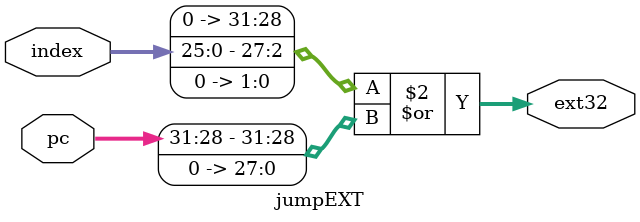
<source format=v>
`timescale 1ns / 1ps

module jumpEXT(
    input [25:0] index,
    input [31:0] pc,
    output [31:0] ext32
    );
		
	 assign ext32 = ({6'b0,index} << 2) | ({pc[31:28],28'b0});

endmodule

</source>
